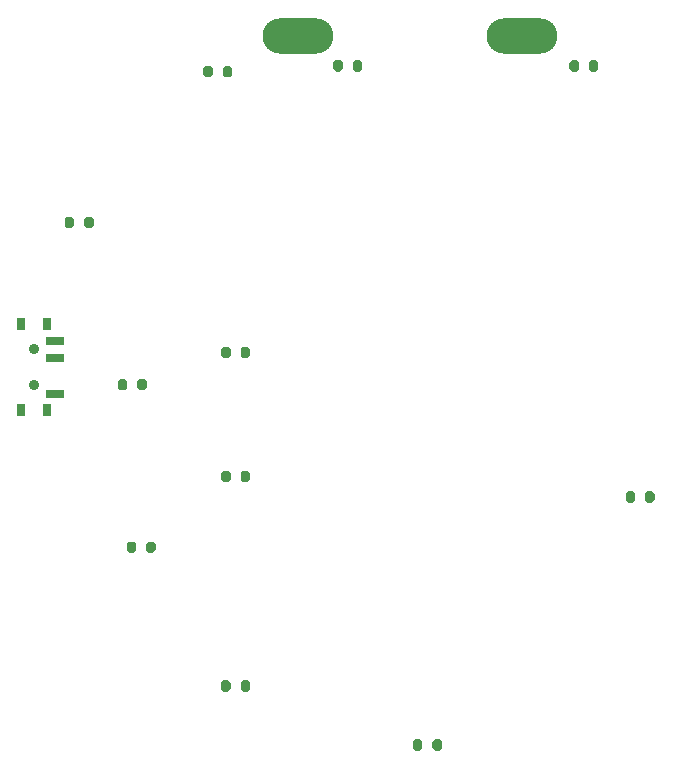
<source format=gbr>
%TF.GenerationSoftware,KiCad,Pcbnew,(5.1.10)-1*%
%TF.CreationDate,2021-10-20T07:52:06+02:00*%
%TF.ProjectId,TVZ_kuglica,54565a5f-6b75-4676-9c69-63612e6b6963,rev?*%
%TF.SameCoordinates,Original*%
%TF.FileFunction,Soldermask,Bot*%
%TF.FilePolarity,Negative*%
%FSLAX46Y46*%
G04 Gerber Fmt 4.6, Leading zero omitted, Abs format (unit mm)*
G04 Created by KiCad (PCBNEW (5.1.10)-1) date 2021-10-20 07:52:06*
%MOMM*%
%LPD*%
G01*
G04 APERTURE LIST*
%ADD10O,6.000000X3.000000*%
%ADD11C,0.900000*%
%ADD12R,1.500000X0.700000*%
%ADD13R,0.800000X1.000000*%
G04 APERTURE END LIST*
D10*
%TO.C,BT1*%
X126500000Y-71750000D03*
X145500000Y-71750000D03*
%TD*%
D11*
%TO.C,SW1*%
X104170000Y-101250000D03*
X104170000Y-98250000D03*
D12*
X105930000Y-102000000D03*
X105930000Y-99000000D03*
X105930000Y-97500000D03*
D13*
X103070000Y-103400000D03*
X103070000Y-96100000D03*
X105280000Y-96100000D03*
X105280000Y-103400000D03*
%TD*%
%TO.C,R1*%
G36*
G01*
X106775000Y-87775000D02*
X106775000Y-87225000D01*
G75*
G02*
X106975000Y-87025000I200000J0D01*
G01*
X107375000Y-87025000D01*
G75*
G02*
X107575000Y-87225000I0J-200000D01*
G01*
X107575000Y-87775000D01*
G75*
G02*
X107375000Y-87975000I-200000J0D01*
G01*
X106975000Y-87975000D01*
G75*
G02*
X106775000Y-87775000I0J200000D01*
G01*
G37*
G36*
G01*
X108425000Y-87775000D02*
X108425000Y-87225000D01*
G75*
G02*
X108625000Y-87025000I200000J0D01*
G01*
X109025000Y-87025000D01*
G75*
G02*
X109225000Y-87225000I0J-200000D01*
G01*
X109225000Y-87775000D01*
G75*
G02*
X109025000Y-87975000I-200000J0D01*
G01*
X108625000Y-87975000D01*
G75*
G02*
X108425000Y-87775000I0J200000D01*
G01*
G37*
%TD*%
%TO.C,R2*%
G36*
G01*
X120175000Y-75025000D02*
X120175000Y-74475000D01*
G75*
G02*
X120375000Y-74275000I200000J0D01*
G01*
X120775000Y-74275000D01*
G75*
G02*
X120975000Y-74475000I0J-200000D01*
G01*
X120975000Y-75025000D01*
G75*
G02*
X120775000Y-75225000I-200000J0D01*
G01*
X120375000Y-75225000D01*
G75*
G02*
X120175000Y-75025000I0J200000D01*
G01*
G37*
G36*
G01*
X118525000Y-75025000D02*
X118525000Y-74475000D01*
G75*
G02*
X118725000Y-74275000I200000J0D01*
G01*
X119125000Y-74275000D01*
G75*
G02*
X119325000Y-74475000I0J-200000D01*
G01*
X119325000Y-75025000D01*
G75*
G02*
X119125000Y-75225000I-200000J0D01*
G01*
X118725000Y-75225000D01*
G75*
G02*
X118525000Y-75025000I0J200000D01*
G01*
G37*
%TD*%
%TO.C,R3*%
G36*
G01*
X149525000Y-74525000D02*
X149525000Y-73975000D01*
G75*
G02*
X149725000Y-73775000I200000J0D01*
G01*
X150125000Y-73775000D01*
G75*
G02*
X150325000Y-73975000I0J-200000D01*
G01*
X150325000Y-74525000D01*
G75*
G02*
X150125000Y-74725000I-200000J0D01*
G01*
X149725000Y-74725000D01*
G75*
G02*
X149525000Y-74525000I0J200000D01*
G01*
G37*
G36*
G01*
X151175000Y-74525000D02*
X151175000Y-73975000D01*
G75*
G02*
X151375000Y-73775000I200000J0D01*
G01*
X151775000Y-73775000D01*
G75*
G02*
X151975000Y-73975000I0J-200000D01*
G01*
X151975000Y-74525000D01*
G75*
G02*
X151775000Y-74725000I-200000J0D01*
G01*
X151375000Y-74725000D01*
G75*
G02*
X151175000Y-74525000I0J200000D01*
G01*
G37*
%TD*%
%TO.C,R4*%
G36*
G01*
X121675000Y-109275000D02*
X121675000Y-108725000D01*
G75*
G02*
X121875000Y-108525000I200000J0D01*
G01*
X122275000Y-108525000D01*
G75*
G02*
X122475000Y-108725000I0J-200000D01*
G01*
X122475000Y-109275000D01*
G75*
G02*
X122275000Y-109475000I-200000J0D01*
G01*
X121875000Y-109475000D01*
G75*
G02*
X121675000Y-109275000I0J200000D01*
G01*
G37*
G36*
G01*
X120025000Y-109275000D02*
X120025000Y-108725000D01*
G75*
G02*
X120225000Y-108525000I200000J0D01*
G01*
X120625000Y-108525000D01*
G75*
G02*
X120825000Y-108725000I0J-200000D01*
G01*
X120825000Y-109275000D01*
G75*
G02*
X120625000Y-109475000I-200000J0D01*
G01*
X120225000Y-109475000D01*
G75*
G02*
X120025000Y-109275000I0J200000D01*
G01*
G37*
%TD*%
%TO.C,R5*%
G36*
G01*
X112025000Y-115275000D02*
X112025000Y-114725000D01*
G75*
G02*
X112225000Y-114525000I200000J0D01*
G01*
X112625000Y-114525000D01*
G75*
G02*
X112825000Y-114725000I0J-200000D01*
G01*
X112825000Y-115275000D01*
G75*
G02*
X112625000Y-115475000I-200000J0D01*
G01*
X112225000Y-115475000D01*
G75*
G02*
X112025000Y-115275000I0J200000D01*
G01*
G37*
G36*
G01*
X113675000Y-115275000D02*
X113675000Y-114725000D01*
G75*
G02*
X113875000Y-114525000I200000J0D01*
G01*
X114275000Y-114525000D01*
G75*
G02*
X114475000Y-114725000I0J-200000D01*
G01*
X114475000Y-115275000D01*
G75*
G02*
X114275000Y-115475000I-200000J0D01*
G01*
X113875000Y-115475000D01*
G75*
G02*
X113675000Y-115275000I0J200000D01*
G01*
G37*
%TD*%
%TO.C,R6*%
G36*
G01*
X112925000Y-101525000D02*
X112925000Y-100975000D01*
G75*
G02*
X113125000Y-100775000I200000J0D01*
G01*
X113525000Y-100775000D01*
G75*
G02*
X113725000Y-100975000I0J-200000D01*
G01*
X113725000Y-101525000D01*
G75*
G02*
X113525000Y-101725000I-200000J0D01*
G01*
X113125000Y-101725000D01*
G75*
G02*
X112925000Y-101525000I0J200000D01*
G01*
G37*
G36*
G01*
X111275000Y-101525000D02*
X111275000Y-100975000D01*
G75*
G02*
X111475000Y-100775000I200000J0D01*
G01*
X111875000Y-100775000D01*
G75*
G02*
X112075000Y-100975000I0J-200000D01*
G01*
X112075000Y-101525000D01*
G75*
G02*
X111875000Y-101725000I-200000J0D01*
G01*
X111475000Y-101725000D01*
G75*
G02*
X111275000Y-101525000I0J200000D01*
G01*
G37*
%TD*%
%TO.C,R7*%
G36*
G01*
X136275000Y-132025000D02*
X136275000Y-131475000D01*
G75*
G02*
X136475000Y-131275000I200000J0D01*
G01*
X136875000Y-131275000D01*
G75*
G02*
X137075000Y-131475000I0J-200000D01*
G01*
X137075000Y-132025000D01*
G75*
G02*
X136875000Y-132225000I-200000J0D01*
G01*
X136475000Y-132225000D01*
G75*
G02*
X136275000Y-132025000I0J200000D01*
G01*
G37*
G36*
G01*
X137925000Y-132025000D02*
X137925000Y-131475000D01*
G75*
G02*
X138125000Y-131275000I200000J0D01*
G01*
X138525000Y-131275000D01*
G75*
G02*
X138725000Y-131475000I0J-200000D01*
G01*
X138725000Y-132025000D01*
G75*
G02*
X138525000Y-132225000I-200000J0D01*
G01*
X138125000Y-132225000D01*
G75*
G02*
X137925000Y-132025000I0J200000D01*
G01*
G37*
%TD*%
%TO.C,R8*%
G36*
G01*
X155925000Y-111025000D02*
X155925000Y-110475000D01*
G75*
G02*
X156125000Y-110275000I200000J0D01*
G01*
X156525000Y-110275000D01*
G75*
G02*
X156725000Y-110475000I0J-200000D01*
G01*
X156725000Y-111025000D01*
G75*
G02*
X156525000Y-111225000I-200000J0D01*
G01*
X156125000Y-111225000D01*
G75*
G02*
X155925000Y-111025000I0J200000D01*
G01*
G37*
G36*
G01*
X154275000Y-111025000D02*
X154275000Y-110475000D01*
G75*
G02*
X154475000Y-110275000I200000J0D01*
G01*
X154875000Y-110275000D01*
G75*
G02*
X155075000Y-110475000I0J-200000D01*
G01*
X155075000Y-111025000D01*
G75*
G02*
X154875000Y-111225000I-200000J0D01*
G01*
X154475000Y-111225000D01*
G75*
G02*
X154275000Y-111025000I0J200000D01*
G01*
G37*
%TD*%
%TO.C,R9*%
G36*
G01*
X129525000Y-74525000D02*
X129525000Y-73975000D01*
G75*
G02*
X129725000Y-73775000I200000J0D01*
G01*
X130125000Y-73775000D01*
G75*
G02*
X130325000Y-73975000I0J-200000D01*
G01*
X130325000Y-74525000D01*
G75*
G02*
X130125000Y-74725000I-200000J0D01*
G01*
X129725000Y-74725000D01*
G75*
G02*
X129525000Y-74525000I0J200000D01*
G01*
G37*
G36*
G01*
X131175000Y-74525000D02*
X131175000Y-73975000D01*
G75*
G02*
X131375000Y-73775000I200000J0D01*
G01*
X131775000Y-73775000D01*
G75*
G02*
X131975000Y-73975000I0J-200000D01*
G01*
X131975000Y-74525000D01*
G75*
G02*
X131775000Y-74725000I-200000J0D01*
G01*
X131375000Y-74725000D01*
G75*
G02*
X131175000Y-74525000I0J200000D01*
G01*
G37*
%TD*%
%TO.C,R10*%
G36*
G01*
X121675000Y-98775000D02*
X121675000Y-98225000D01*
G75*
G02*
X121875000Y-98025000I200000J0D01*
G01*
X122275000Y-98025000D01*
G75*
G02*
X122475000Y-98225000I0J-200000D01*
G01*
X122475000Y-98775000D01*
G75*
G02*
X122275000Y-98975000I-200000J0D01*
G01*
X121875000Y-98975000D01*
G75*
G02*
X121675000Y-98775000I0J200000D01*
G01*
G37*
G36*
G01*
X120025000Y-98775000D02*
X120025000Y-98225000D01*
G75*
G02*
X120225000Y-98025000I200000J0D01*
G01*
X120625000Y-98025000D01*
G75*
G02*
X120825000Y-98225000I0J-200000D01*
G01*
X120825000Y-98775000D01*
G75*
G02*
X120625000Y-98975000I-200000J0D01*
G01*
X120225000Y-98975000D01*
G75*
G02*
X120025000Y-98775000I0J200000D01*
G01*
G37*
%TD*%
%TO.C,R11*%
G36*
G01*
X120025000Y-127025000D02*
X120025000Y-126475000D01*
G75*
G02*
X120225000Y-126275000I200000J0D01*
G01*
X120625000Y-126275000D01*
G75*
G02*
X120825000Y-126475000I0J-200000D01*
G01*
X120825000Y-127025000D01*
G75*
G02*
X120625000Y-127225000I-200000J0D01*
G01*
X120225000Y-127225000D01*
G75*
G02*
X120025000Y-127025000I0J200000D01*
G01*
G37*
G36*
G01*
X121675000Y-127025000D02*
X121675000Y-126475000D01*
G75*
G02*
X121875000Y-126275000I200000J0D01*
G01*
X122275000Y-126275000D01*
G75*
G02*
X122475000Y-126475000I0J-200000D01*
G01*
X122475000Y-127025000D01*
G75*
G02*
X122275000Y-127225000I-200000J0D01*
G01*
X121875000Y-127225000D01*
G75*
G02*
X121675000Y-127025000I0J200000D01*
G01*
G37*
%TD*%
M02*

</source>
